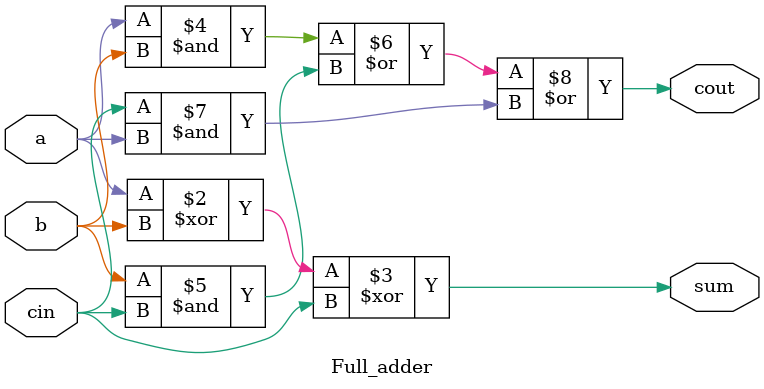
<source format=v>
module Full_adder(a,b,cin,sum,cout);
  input a,b,cin;
  output reg sum,cout;
  always @(a,b,cin)
    begin 
      sum=a^b^cin;
      cout=(a&b)|(b&cin)|(cin&a);
    end 
endmodule 
</source>
